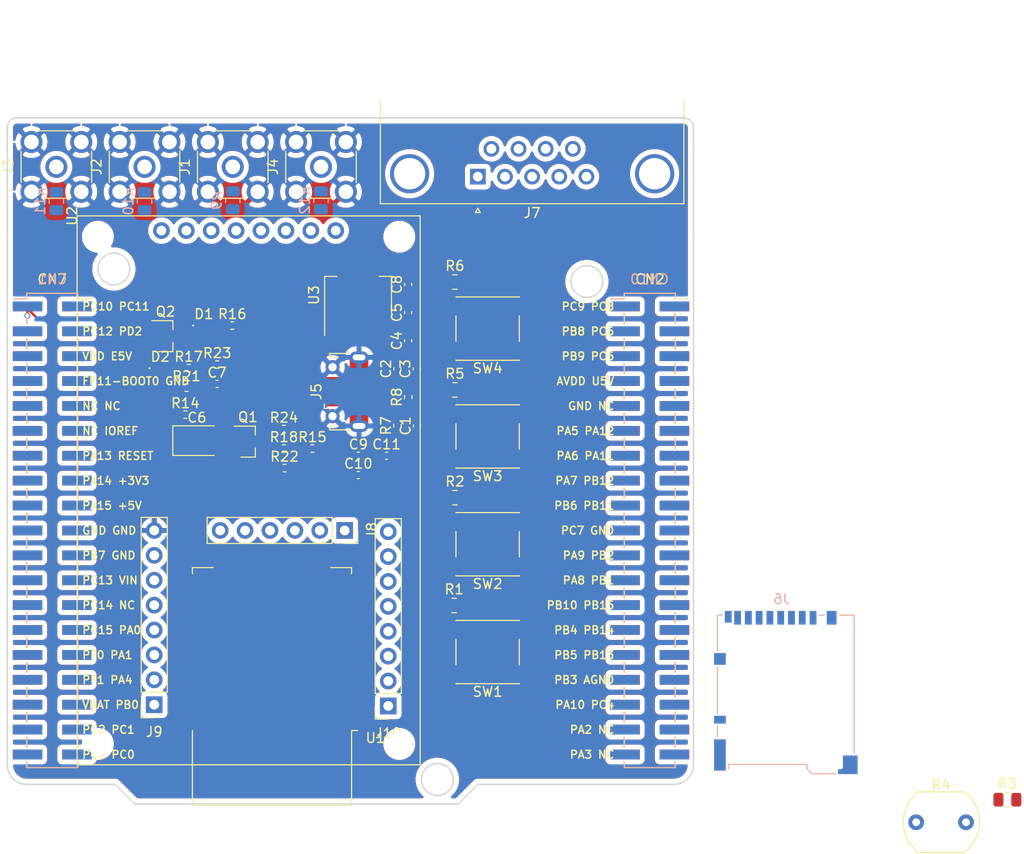
<source format=kicad_pcb>
(kicad_pcb (version 20171130) (host pcbnew "(5.1.10)-1")
  (layers (0 F.Cu signal) (31 B.Cu signal hide) (34 B.Paste user hide) (35 F.Paste user) (36 B.SilkS user) (37 F.SilkS user) (38 B.Mask user) (39 F.Mask user) (44 Edge.Cuts user))
  (net 0 "")
  (net 1 "Net-(J1-Pad1)")
  (net 2 "Net-(J2-Pad1)")
  (net 3 "Net-(J3-Pad1)")
  (net 4 GND)
  (net 5 VCC)
  (net 6 "Net-(J4-Pad1)")
  (net 7 "Net-(CN10-Pad38)")
  (net 8 "Net-(CN10-Pad37)")
  (net 9 "Net-(CN10-Pad36)")
  (net 10 "Net-(CN10-Pad35)")
  (net 11 "Net-(CN10-Pad34)")
  (net 12 "Net-(CN10-Pad33)")
  (net 13 "Net-(CN10-Pad32)")
  (net 14 "Net-(CN10-Pad31)")
  (net 15 "Net-(CN10-Pad30)")
  (net 16 "Net-(CN10-Pad29)")
  (net 17 "Net-(CN10-Pad28)")
  (net 18 "Net-(CN10-Pad27)")
  (net 19 "Net-(CN10-Pad26)")
  (net 20 "Net-(CN10-Pad25)")
  (net 21 "Net-(CN10-Pad24)")
  (net 22 "Net-(CN10-Pad23)")
  (net 23 "Net-(CN10-Pad22)")
  (net 24 "Net-(CN10-Pad21)")
  (net 25 "Net-(CN10-Pad20)")
  (net 26 "Net-(CN10-Pad19)")
  (net 27 "Net-(CN10-Pad18)")
  (net 28 "Net-(CN10-Pad17)")
  (net 29 "Net-(CN10-Pad16)")
  (net 30 "Net-(CN10-Pad15)")
  (net 31 "Net-(CN10-Pad14)")
  (net 32 "Net-(CN10-Pad13)")
  (net 33 "Net-(CN10-Pad12)")
  (net 34 "Net-(CN10-Pad11)")
  (net 35 "Net-(CN10-Pad10)")
  (net 36 "Net-(CN10-Pad9)")
  (net 37 "Net-(CN10-Pad8)")
  (net 38 "Net-(CN10-Pad7)")
  (net 39 "Net-(CN10-Pad6)")
  (net 40 "Net-(CN10-Pad5)")
  (net 41 "Net-(CN10-Pad4)")
  (net 42 "Net-(CN10-Pad3)")
  (net 43 "Net-(CN10-Pad2)")
  (net 44 "Net-(CN10-Pad1)")
  (net 45 "Net-(D1-Pad1)")
  (net 46 "Net-(D2-Pad1)")
  (net 47 "Net-(Q1-Pad1)")
  (net 48 ESP_ENABLE)
  (net 49 "Net-(J6-Pad11)")
  (net 50 "Net-(J7-Pad0)")
  (net 51 "Net-(CN1-Pad38)")
  (net 52 "Net-(CN1-Pad36)")
  (net 53 "Net-(CN1-Pad35)")
  (net 54 "Net-(CN1-Pad34)")
  (net 55 "Net-(CN1-Pad33)")
  (net 56 "Net-(CN1-Pad32)")
  (net 57 "Net-(CN1-Pad31)")
  (net 58 "Net-(CN1-Pad30)")
  (net 59 "Net-(CN1-Pad29)")
  (net 60 "Net-(CN1-Pad28)")
  (net 61 "Net-(CN1-Pad27)")
  (net 62 "Net-(CN1-Pad26)")
  (net 63 "Net-(CN1-Pad25)")
  (net 64 "Net-(CN1-Pad24)")
  (net 65 "Net-(CN1-Pad23)")
  (net 66 "Net-(CN1-Pad22)")
  (net 67 "Net-(CN1-Pad21)")
  (net 68 "Net-(CN1-Pad20)")
  (net 69 "Net-(CN1-Pad19)")
  (net 70 "Net-(CN1-Pad17)")
  (net 71 "Net-(CN1-Pad16)")
  (net 72 "Net-(CN1-Pad15)")
  (net 73 "Net-(CN1-Pad14)")
  (net 74 "Net-(CN1-Pad13)")
  (net 75 "Net-(CN1-Pad12)")
  (net 76 "Net-(CN1-Pad11)")
  (net 77 "Net-(CN1-Pad10)")
  (net 78 "Net-(CN1-Pad9)")
  (net 79 "Net-(CN1-Pad8)")
  (net 80 "Net-(CN1-Pad7)")
  (net 81 "Net-(CN1-Pad6)")
  (net 82 "Net-(CN1-Pad5)")
  (net 83 "Net-(CN1-Pad4)")
  (net 84 "Net-(CN1-Pad3)")
  (net 85 "Net-(CN1-Pad2)")
  (net 86 "Net-(CN1-Pad1)")
  (net 87 /WiFiInterface/ESP_VCC)
  (net 88 KEY_UP)
  (net 89 KEY_DOWN)
  (net 90 LIGHT_PROBE)
  (net 91 KEY_LEFT)
  (net 92 KEY_RIGHT)
  (net 93 ESP_FLASH_MODE)
  (net 94 /WiFiInterface/RXD)
  (net 95 /WiFiInterface/TXD)
  (net 96 /WiFiInterface/EN)
  (net 97 /WiFiInterface/RST)
  (net 98 /WiFiInterface/GPIO5)
  (net 99 /WiFiInterface/GPIO4)
  (net 100 /WiFiInterface/GPIO12)
  (net 101 /WiFiInterface/GPIO15)
  (net 102 SCK)
  (net 103 MOSI)
  (net 104 /WiFiInterface/GPIO10)
  (net 105 /WiFiInterface/GPIO9)
  (net 106 MISO)
  (net 107 CS_ESP)
  (net 108 /WiFiInterface/GPIO13)
  (net 109 /WiFiInterface/GPIO14)
  (net 110 /WiFiInterface/GPIO16)
  (net 111 /WiFiInterface/ADC)
  (net 112 5V)
  (net 113 3V3)
  (net 114 "Net-(C10-Pad1)")
  (module Capacitor_SMD:C_0402_1005Metric (layer F.Cu) (at 168.684 86.472)
    (fp_text reference C11 (at 0 -1.16) (layer F.SilkS))
    (fp_text value 330n)
    (pad 2 smd roundrect (at 0.48 0) (size 0.56 0.62) (layers F.Cu F.Paste F.Mask) (net 4 GND))
    (pad 1 smd roundrect (at -0.48 0) (size 0.56 0.62) (layers F.Cu F.Paste F.Mask) (net 114 "Net-(C10-Pad1)"))
  )
  (module Capacitor_SMD:C_0402_1005Metric (layer F.Cu) (at 165.814 88.442)
    (fp_text reference C10 (at 0 -1.16) (layer F.SilkS))
    (fp_text value 330n)
    (pad 2 smd roundrect (at 0.48 0) (size 0.56 0.62) (layers F.Cu F.Paste F.Mask) (net 4 GND))
    (pad 1 smd roundrect (at -0.48 0) (size 0.56 0.62) (layers F.Cu F.Paste F.Mask) (net 114 "Net-(C10-Pad1)"))
  )
  (module Capacitor_SMD:C_0402_1005Metric (layer F.Cu) (at 165.814 86.472)
    (fp_text reference C9 (at 0 -1.16) (layer F.SilkS))
    (fp_text value 330n)
    (pad 2 smd roundrect (at 0.48 0) (size 0.56 0.62) (layers F.Cu F.Paste F.Mask) (net 4 GND))
    (pad 1 smd roundrect (at -0.48 0) (size 0.56 0.62) (layers F.Cu F.Paste F.Mask) (net 114 "Net-(C10-Pad1)"))
  )
  (module Package_TO_SOT_SMD:SOT-223 (layer F.Cu) (at 165.783 70.084 90)
    (fp_text reference U3 (at 0 -4.5 90) (layer F.SilkS))
    (fp_text value LD1117ASTR)
    (pad 1 smd rect (at -3.15 -2.3 90) (size 2 1.5) (layers F.Cu F.Paste F.Mask) (net 114 "Net-(C10-Pad1)"))
    (pad 3 smd rect (at -3.15 2.3 90) (size 2 1.5) (layers F.Cu F.Paste F.Mask) (net 112 5V))
    (pad 2 smd rect (at -3.15 0 90) (size 2 1.5) (layers F.Cu F.Paste F.Mask) (net 113 3V3))
    (pad 4 smd rect (at 3.15 0 90) (size 2 3.8) (layers F.Cu F.Paste F.Mask))
  )
  (module Resistor_SMD:R_0402_1005Metric (layer F.Cu) (at 170.903 80.494 90)
    (fp_text reference R8 (at 0 -1.17 90) (layer F.SilkS))
    (fp_text value TBD)
    (pad 2 smd roundrect (at 0.51 0 90) (size 0.54 0.64) (layers F.Cu F.Paste F.Mask) (net 4 GND))
    (pad 1 smd roundrect (at -0.51 0 90) (size 0.54 0.64) (layers F.Cu F.Paste F.Mask) (net 114 "Net-(C10-Pad1)"))
  )
  (module Resistor_SMD:R_0402_1005Metric (layer F.Cu) (at 169.803 83.404 90)
    (fp_text reference R7 (at 0 -1.17 90) (layer F.SilkS))
    (fp_text value TBD)
    (pad 2 smd roundrect (at 0.51 0 90) (size 0.54 0.64) (layers F.Cu F.Paste F.Mask) (net 114 "Net-(C10-Pad1)"))
    (pad 1 smd roundrect (at -0.51 0 90) (size 0.54 0.64) (layers F.Cu F.Paste F.Mask) (net 113 3V3))
  )
  (module Connector_USB:USB_Micro-B_Molex-105017-0001 (layer F.Cu) (at 164.643 79.934 90)
    (fp_text reference J5 (at 0 -3.1125 90) (layer F.SilkS))
    (fp_text value USB_B_Micro)
    (pad 6 smd rect (at -2.9 1.2375 90) (size 1.2 1.9) (layers F.Cu F.Mask) (net 4 GND))
    (pad 6 smd rect (at 2.9 1.2375 90) (size 1.2 1.9) (layers F.Cu F.Mask) (net 4 GND))
    (pad 6 thru_hole oval (at 3.5 1.2375 90) (size 1.2 1.9) (drill oval 0.6 1.3) (layers *.Cu *.Mask) (net 4 GND))
    (pad 6 thru_hole oval (at -3.5 1.2375 270) (size 1.2 1.9) (drill oval 0.6 1.3) (layers *.Cu *.Mask) (net 4 GND))
    (pad 6 smd rect (at -1 1.2375 90) (size 1.5 1.9) (layers F.Cu F.Paste F.Mask) (net 4 GND))
    (pad 6 thru_hole circle (at 2.5 -1.4625 90) (size 1.45 1.45) (drill 0.85) (layers *.Cu *.Mask) (net 4 GND))
    (pad 3 smd rect (at 0 -1.4625 90) (size 0.4 1.35) (layers F.Cu F.Paste F.Mask))
    (pad 4 smd rect (at 0.65 -1.4625 90) (size 0.4 1.35) (layers F.Cu F.Paste F.Mask))
    (pad 5 smd rect (at 1.3 -1.4625 90) (size 0.4 1.35) (layers F.Cu F.Paste F.Mask) (net 4 GND))
    (pad 1 smd rect (at -1.3 -1.4625 90) (size 0.4 1.35) (layers F.Cu F.Paste F.Mask) (net 112 5V))
    (pad 2 smd rect (at -0.65 -1.4625 90) (size 0.4 1.35) (layers F.Cu F.Paste F.Mask))
    (pad 6 thru_hole circle (at -2.5 -1.4625 90) (size 1.45 1.45) (drill 0.85) (layers *.Cu *.Mask) (net 4 GND))
    (pad 6 smd rect (at 1 1.2375 90) (size 1.5 1.9) (layers F.Cu F.Paste F.Mask) (net 4 GND))
  )
  (module Capacitor_SMD:C_0402_1005Metric (layer F.Cu) (at 170.893 68.994 90)
    (fp_text reference C8 (at 0 -1.16 90) (layer F.SilkS))
    (fp_text value 330n)
    (pad 2 smd roundrect (at 0.48 0 90) (size 0.56 0.62) (layers F.Cu F.Paste F.Mask) (net 4 GND))
    (pad 1 smd roundrect (at -0.48 0 90) (size 0.56 0.62) (layers F.Cu F.Paste F.Mask) (net 113 3V3))
  )
  (module Capacitor_SMD:C_0402_1005Metric (layer F.Cu) (at 170.893 71.864 90)
    (fp_text reference C5 (at 0 -1.16 90) (layer F.SilkS))
    (fp_text value 330n)
    (pad 2 smd roundrect (at 0.48 0 90) (size 0.56 0.62) (layers F.Cu F.Paste F.Mask) (net 4 GND))
    (pad 1 smd roundrect (at -0.48 0 90) (size 0.56 0.62) (layers F.Cu F.Paste F.Mask) (net 113 3V3))
  )
  (module Capacitor_SMD:C_0402_1005Metric (layer F.Cu) (at 170.893 74.734 90)
    (fp_text reference C4 (at 0 -1.16 90) (layer F.SilkS))
    (fp_text value 330n)
    (pad 2 smd roundrect (at 0.48 0 90) (size 0.56 0.62) (layers F.Cu F.Paste F.Mask) (net 4 GND))
    (pad 1 smd roundrect (at -0.48 0 90) (size 0.56 0.62) (layers F.Cu F.Paste F.Mask) (net 113 3V3))
  )
  (module Capacitor_SMD:C_0402_1005Metric (layer F.Cu) (at 171.763 77.604 90)
    (fp_text reference C3 (at 0 -1.16 90) (layer F.SilkS))
    (fp_text value 330n)
    (pad 2 smd roundrect (at 0.48 0 90) (size 0.56 0.62) (layers F.Cu F.Paste F.Mask) (net 4 GND))
    (pad 1 smd roundrect (at -0.48 0 90) (size 0.56 0.62) (layers F.Cu F.Paste F.Mask) (net 112 5V))
  )
  (module Capacitor_SMD:C_0402_1005Metric (layer F.Cu) (at 169.793 77.604 90)
    (fp_text reference C2 (at 0 -1.16 90) (layer F.SilkS))
    (fp_text value 330n)
    (pad 2 smd roundrect (at 0.48 0 90) (size 0.56 0.62) (layers F.Cu F.Paste F.Mask) (net 4 GND))
    (pad 1 smd roundrect (at -0.48 0 90) (size 0.56 0.62) (layers F.Cu F.Paste F.Mask) (net 112 5V))
  )
  (module Capacitor_SMD:C_0402_1005Metric (layer F.Cu) (at 171.783 83.424 90)
    (fp_text reference C1 (at 0 -1.16 90) (layer F.SilkS))
    (fp_text value 330n)
    (pad 2 smd roundrect (at 0.48 0 90) (size 0.56 0.62) (layers F.Cu F.Paste F.Mask) (net 4 GND))
    (pad 1 smd roundrect (at -0.48 0 90) (size 0.56 0.62) (layers F.Cu F.Paste F.Mask) (net 112 5V))
  )
  (module Connector_PinSocket_2.54mm:PinSocket_1x06_P2.54mm_Vertical (layer F.Cu) (at 164.417 94.092 270)
    (fp_text reference J8 (at 0 -2.77 90) (layer F.SilkS))
    (fp_text value Conn_01x06_Female)
    (pad 6 thru_hole oval (at 0 12.7 270) (size 1.7 1.7) (drill 1) (layers *.Cu *.Mask) (net 102 SCK))
    (pad 5 thru_hole oval (at 0 10.16 270) (size 1.7 1.7) (drill 1) (layers *.Cu *.Mask) (net 103 MOSI))
    (pad 4 thru_hole oval (at 0 7.62 270) (size 1.7 1.7) (drill 1) (layers *.Cu *.Mask) (net 104 /WiFiInterface/GPIO10))
    (pad 3 thru_hole oval (at 0 5.08 270) (size 1.7 1.7) (drill 1) (layers *.Cu *.Mask) (net 105 /WiFiInterface/GPIO9))
    (pad 2 thru_hole oval (at 0 2.54 270) (size 1.7 1.7) (drill 1) (layers *.Cu *.Mask) (net 106 MISO))
    (pad 1 thru_hole rect (at 0 0 270) (size 1.7 1.7) (drill 1) (layers *.Cu *.Mask) (net 107 CS_ESP))
  )
  (module Connector_PinSocket_2.54mm:PinSocket_1x08_P2.54mm_Vertical (layer F.Cu) (at 168.862 111.999 180)
    (fp_text reference J10 (at 0 -2.77) (layer F.SilkS))
    (fp_text value Conn_01x08_Female)
    (pad 8 thru_hole oval (at 0 17.78 180) (size 1.7 1.7) (drill 1) (layers *.Cu *.Mask) (net 87 /WiFiInterface/ESP_VCC))
    (pad 7 thru_hole oval (at 0 15.24 180) (size 1.7 1.7) (drill 1) (layers *.Cu *.Mask) (net 108 /WiFiInterface/GPIO13))
    (pad 6 thru_hole oval (at 0 12.7 180) (size 1.7 1.7) (drill 1) (layers *.Cu *.Mask) (net 100 /WiFiInterface/GPIO12))
    (pad 5 thru_hole oval (at 0 10.16 180) (size 1.7 1.7) (drill 1) (layers *.Cu *.Mask) (net 109 /WiFiInterface/GPIO14))
    (pad 4 thru_hole oval (at 0 7.62 180) (size 1.7 1.7) (drill 1) (layers *.Cu *.Mask) (net 110 /WiFiInterface/GPIO16))
    (pad 3 thru_hole oval (at 0 5.08 180) (size 1.7 1.7) (drill 1) (layers *.Cu *.Mask) (net 96 /WiFiInterface/EN))
    (pad 2 thru_hole oval (at 0 2.54 180) (size 1.7 1.7) (drill 1) (layers *.Cu *.Mask) (net 111 /WiFiInterface/ADC))
    (pad 1 thru_hole rect (at 0 0 180) (size 1.7 1.7) (drill 1) (layers *.Cu *.Mask) (net 97 /WiFiInterface/RST))
  )
  (module Connector_PinSocket_2.54mm:PinSocket_1x08_P2.54mm_Vertical (layer F.Cu) (at 144.986 111.872 180)
    (fp_text reference J9 (at 0 -2.77) (layer F.SilkS))
    (fp_text value Conn_01x08_Female)
    (pad 8 thru_hole oval (at 0 17.78 180) (size 1.7 1.7) (drill 1) (layers *.Cu *.Mask) (net 4 GND))
    (pad 7 thru_hole oval (at 0 15.24 180) (size 1.7 1.7) (drill 1) (layers *.Cu *.Mask) (net 101 /WiFiInterface/GPIO15))
    (pad 6 thru_hole oval (at 0 12.7 180) (size 1.7 1.7) (drill 1) (layers *.Cu *.Mask) (net 100 /WiFiInterface/GPIO12))
    (pad 5 thru_hole oval (at 0 10.16 180) (size 1.7 1.7) (drill 1) (layers *.Cu *.Mask) (net 93 ESP_FLASH_MODE))
    (pad 4 thru_hole oval (at 0 7.62 180) (size 1.7 1.7) (drill 1) (layers *.Cu *.Mask) (net 99 /WiFiInterface/GPIO4))
    (pad 3 thru_hole oval (at 0 5.08 180) (size 1.7 1.7) (drill 1) (layers *.Cu *.Mask) (net 98 /WiFiInterface/GPIO5))
    (pad 2 thru_hole oval (at 0 2.54 180) (size 1.7 1.7) (drill 1) (layers *.Cu *.Mask) (net 94 /WiFiInterface/RXD))
    (pad 1 thru_hole rect (at 0 0 180) (size 1.7 1.7) (drill 1) (layers *.Cu *.Mask) (net 95 /WiFiInterface/TXD))
  )
  (module OptoDevice:R_LDR_7x6mm_P5.1mm_Vertical (layer F.Cu) (at 222.725 123.863)
    (fp_text reference R4 (at 2.54 -3.81) (layer F.SilkS))
    (fp_text value R_PHOTO)
    (pad 2 thru_hole circle (at 5.08 0) (size 1.6 1.6) (drill 0.8) (layers *.Cu *.Mask) (net 4 GND))
    (pad 1 thru_hole circle (at 0 0) (size 1.6 1.6) (drill 0.8) (layers *.Cu *.Mask) (net 90 LIGHT_PROBE))
  )
  (module Resistor_SMD:R_0805_2012Metric (layer F.Cu) (at 232.025 121.563)
    (fp_text reference R3 (at 0 -1.65) (layer F.SilkS))
    (fp_text value 1k)
    (pad 2 smd roundrect (at 0.9125 0) (size 1.025 1.4) (layers F.Cu F.Paste F.Mask) (roundrect_rratio 0.243902) (net 90 LIGHT_PROBE))
    (pad 1 smd roundrect (at -0.9125 0) (size 1.025 1.4) (layers F.Cu F.Paste F.Mask) (roundrect_rratio 0.243902) (net 5 VCC))
  )
  (module Connector_PinSocket_2.54mm:PinSocket_2x19_P2.54mm_Vertical_SMD (layer B.Cu) (at 195.52 94.092 180)
    (fp_text reference CN10 (at 0 25.63) (layer B.SilkS) (effects (justify mirror)))
    (fp_text value Conn_02x19_Odd_Even)
    (pad 38 smd rect (at -2.52 -22.86 180) (size 3 1) (layers B.Cu B.Paste B.Mask) (net 7 "Net-(CN10-Pad38)"))
    (pad 37 smd rect (at 2.52 -22.86 180) (size 3 1) (layers B.Cu B.Paste B.Mask) (net 8 "Net-(CN10-Pad37)"))
    (pad 36 smd rect (at -2.52 -20.32 180) (size 3 1) (layers B.Cu B.Paste B.Mask) (net 9 "Net-(CN10-Pad36)"))
    (pad 35 smd rect (at 2.52 -20.32 180) (size 3 1) (layers B.Cu B.Paste B.Mask) (net 10 "Net-(CN10-Pad35)"))
    (pad 34 smd rect (at -2.52 -17.78 180) (size 3 1) (layers B.Cu B.Paste B.Mask) (net 11 "Net-(CN10-Pad34)"))
    (pad 33 smd rect (at 2.52 -17.78 180) (size 3 1) (layers B.Cu B.Paste B.Mask) (net 12 "Net-(CN10-Pad33)"))
    (pad 32 smd rect (at -2.52 -15.24 180) (size 3 1) (layers B.Cu B.Paste B.Mask) (net 13 "Net-(CN10-Pad32)"))
    (pad 31 smd rect (at 2.52 -15.24 180) (size 3 1) (layers B.Cu B.Paste B.Mask) (net 14 "Net-(CN10-Pad31)"))
    (pad 30 smd rect (at -2.52 -12.7 180) (size 3 1) (layers B.Cu B.Paste B.Mask) (net 15 "Net-(CN10-Pad30)"))
    (pad 29 smd rect (at 2.52 -12.7 180) (size 3 1) (layers B.Cu B.Paste B.Mask) (net 16 "Net-(CN10-Pad29)"))
    (pad 28 smd rect (at -2.52 -10.16 180) (size 3 1) (layers B.Cu B.Paste B.Mask) (net 17 "Net-(CN10-Pad28)"))
    (pad 27 smd rect (at 2.52 -10.16 180) (size 3 1) (layers B.Cu B.Paste B.Mask) (net 18 "Net-(CN10-Pad27)"))
    (pad 26 smd rect (at -2.52 -7.62 180) (size 3 1) (layers B.Cu B.Paste B.Mask) (net 19 "Net-(CN10-Pad26)"))
    (pad 25 smd rect (at 2.52 -7.62 180) (size 3 1) (layers B.Cu B.Paste B.Mask) (net 20 "Net-(CN10-Pad25)"))
    (pad 24 smd rect (at -2.52 -5.08 180) (size 3 1) (layers B.Cu B.Paste B.Mask) (net 21 "Net-(CN10-Pad24)"))
    (pad 23 smd rect (at 2.52 -5.08 180) (size 3 1) (layers B.Cu B.Paste B.Mask) (net 22 "Net-(CN10-Pad23)"))
    (pad 22 smd rect (at -2.52 -2.54 180) (size 3 1) (layers B.Cu B.Paste B.Mask) (net 23 "Net-(CN10-Pad22)"))
    (pad 21 smd rect (at 2.52 -2.54 180) (size 3 1) (layers B.Cu B.Paste B.Mask) (net 24 "Net-(CN10-Pad21)"))
    (pad 20 smd rect (at -2.52 0 180) (size 3 1) (layers B.Cu B.Paste B.Mask) (net 25 "Net-(CN10-Pad20)"))
    (pad 19 smd rect (at 2.52 0 180) (size 3 1) (layers B.Cu B.Paste B.Mask) (net 26 "Net-(CN10-Pad19)"))
    (pad 18 smd rect (at -2.52 2.54 180) (size 3 1) (layers B.Cu B.Paste B.Mask) (net 27 "Net-(CN10-Pad18)"))
    (pad 17 smd rect (at 2.52 2.54 180) (size 3 1) (layers B.Cu B.Paste B.Mask) (net 28 "Net-(CN10-Pad17)"))
    (pad 16 smd rect (at -2.52 5.08 180) (size 3 1) (layers B.Cu B.Paste B.Mask) (net 29 "Net-(CN10-Pad16)"))
    (pad 15 smd rect (at 2.52 5.08 180) (size 3 1) (layers B.Cu B.Paste B.Mask) (net 30 "Net-(CN10-Pad15)"))
    (pad 14 smd rect (at -2.52 7.62 180) (size 3 1) (layers B.Cu B.Paste B.Mask) (net 31 "Net-(CN10-Pad14)"))
    (pad 13 smd rect (at 2.52 7.62 180) (size 3 1) (layers B.Cu B.Paste B.Mask) (net 32 "Net-(CN10-Pad13)"))
    (pad 12 smd rect (at -2.52 10.16 180) (size 3 1) (layers B.Cu B.Paste B.Mask) (net 33 "Net-(CN10-Pad12)"))
    (pad 11 smd rect (at 2.52 10.16 180) (size 3 1) (layers B.Cu B.Paste B.Mask) (net 34 "Net-(CN10-Pad11)"))
    (pad 10 smd rect (at -2.52 12.7 180) (size 3 1) (layers B.Cu B.Paste B.Mask) (net 35 "Net-(CN10-Pad10)"))
    (pad 9 smd rect (at 2.52 12.7 180) (size 3 1) (layers B.Cu B.Paste B.Mask) (net 36 "Net-(CN10-Pad9)"))
    (pad 8 smd rect (at -2.52 15.24 180) (size 3 1) (layers B.Cu B.Paste B.Mask) (net 37 "Net-(CN10-Pad8)"))
    (pad 7 smd rect (at 2.52 15.24 180) (size 3 1) (layers B.Cu B.Paste B.Mask) (net 38 "Net-(CN10-Pad7)"))
    (pad 6 smd rect (at -2.52 17.78 180) (size 3 1) (layers B.Cu B.Paste B.Mask) (net 39 "Net-(CN10-Pad6)"))
    (pad 5 smd rect (at 2.52 17.78 180) (size 3 1) (layers B.Cu B.Paste B.Mask) (net 40 "Net-(CN10-Pad5)"))
    (pad 4 smd rect (at -2.52 20.32 180) (size 3 1) (layers B.Cu B.Paste B.Mask) (net 41 "Net-(CN10-Pad4)"))
    (pad 3 smd rect (at 2.52 20.32 180) (size 3 1) (layers B.Cu B.Paste B.Mask) (net 42 "Net-(CN10-Pad3)"))
    (pad 2 smd rect (at -2.52 22.86 180) (size 3 1) (layers B.Cu B.Paste B.Mask) (net 43 "Net-(CN10-Pad2)"))
    (pad 1 smd rect (at 2.52 22.86 180) (size 3 1) (layers B.Cu B.Paste B.Mask) (net 44 "Net-(CN10-Pad1)"))
  )
  (module Connector_PinSocket_2.54mm:PinSocket_2x19_P2.54mm_Vertical_SMD (layer F.Cu) (at 134.572 94.092)
    (fp_text reference CN7 (at 0 -25.63) (layer F.SilkS))
    (fp_text value Conn_02x19_Odd_Even)
    (pad 38 smd rect (at -2.52 22.86) (size 3 1) (layers F.Cu F.Paste F.Mask))
    (pad 37 smd rect (at 2.52 22.86) (size 3 1) (layers F.Cu F.Paste F.Mask) (net 51 "Net-(CN1-Pad38)"))
    (pad 36 smd rect (at -2.52 20.32) (size 3 1) (layers F.Cu F.Paste F.Mask) (net 53 "Net-(CN1-Pad35)"))
    (pad 35 smd rect (at 2.52 20.32) (size 3 1) (layers F.Cu F.Paste F.Mask) (net 52 "Net-(CN1-Pad36)"))
    (pad 34 smd rect (at -2.52 17.78) (size 3 1) (layers F.Cu F.Paste F.Mask) (net 55 "Net-(CN1-Pad33)"))
    (pad 33 smd rect (at 2.52 17.78) (size 3 1) (layers F.Cu F.Paste F.Mask) (net 54 "Net-(CN1-Pad34)"))
    (pad 32 smd rect (at -2.52 15.24) (size 3 1) (layers F.Cu F.Paste F.Mask) (net 57 "Net-(CN1-Pad31)"))
    (pad 31 smd rect (at 2.52 15.24) (size 3 1) (layers F.Cu F.Paste F.Mask) (net 56 "Net-(CN1-Pad32)"))
    (pad 30 smd rect (at -2.52 12.7) (size 3 1) (layers F.Cu F.Paste F.Mask) (net 59 "Net-(CN1-Pad29)"))
    (pad 29 smd rect (at 2.52 12.7) (size 3 1) (layers F.Cu F.Paste F.Mask) (net 58 "Net-(CN1-Pad30)"))
    (pad 28 smd rect (at -2.52 10.16) (size 3 1) (layers F.Cu F.Paste F.Mask) (net 61 "Net-(CN1-Pad27)"))
    (pad 27 smd rect (at 2.52 10.16) (size 3 1) (layers F.Cu F.Paste F.Mask) (net 60 "Net-(CN1-Pad28)"))
    (pad 26 smd rect (at -2.52 7.62) (size 3 1) (layers F.Cu F.Paste F.Mask) (net 63 "Net-(CN1-Pad25)"))
    (pad 25 smd rect (at 2.52 7.62) (size 3 1) (layers F.Cu F.Paste F.Mask) (net 62 "Net-(CN1-Pad26)"))
    (pad 24 smd rect (at -2.52 5.08) (size 3 1) (layers F.Cu F.Paste F.Mask) (net 65 "Net-(CN1-Pad23)"))
    (pad 23 smd rect (at 2.52 5.08) (size 3 1) (layers F.Cu F.Paste F.Mask) (net 64 "Net-(CN1-Pad24)"))
    (pad 22 smd rect (at -2.52 2.54) (size 3 1) (layers F.Cu F.Paste F.Mask) (net 67 "Net-(CN1-Pad21)"))
    (pad 21 smd rect (at 2.52 2.54) (size 3 1) (layers F.Cu F.Paste F.Mask) (net 66 "Net-(CN1-Pad22)"))
    (pad 20 smd rect (at -2.52 0) (size 3 1) (layers F.Cu F.Paste F.Mask) (net 69 "Net-(CN1-Pad19)"))
    (pad 19 smd rect (at 2.52 0) (size 3 1) (layers F.Cu F.Paste F.Mask) (net 68 "Net-(CN1-Pad20)"))
    (pad 18 smd rect (at -2.52 -2.54) (size 3 1) (layers F.Cu F.Paste F.Mask) (net 70 "Net-(CN1-Pad17)"))
    (pad 17 smd rect (at 2.52 -2.54) (size 3 1) (layers F.Cu F.Paste F.Mask) (net 112 5V))
    (pad 16 smd rect (at -2.52 -5.08) (size 3 1) (layers F.Cu F.Paste F.Mask) (net 72 "Net-(CN1-Pad15)"))
    (pad 15 smd rect (at 2.52 -5.08) (size 3 1) (layers F.Cu F.Paste F.Mask) (net 71 "Net-(CN1-Pad16)"))
    (pad 14 smd rect (at -2.52 -7.62) (size 3 1) (layers F.Cu F.Paste F.Mask) (net 74 "Net-(CN1-Pad13)"))
    (pad 13 smd rect (at 2.52 -7.62) (size 3 1) (layers F.Cu F.Paste F.Mask) (net 73 "Net-(CN1-Pad14)"))
    (pad 12 smd rect (at -2.52 -10.16) (size 3 1) (layers F.Cu F.Paste F.Mask) (net 76 "Net-(CN1-Pad11)"))
    (pad 11 smd rect (at 2.52 -10.16) (size 3 1) (layers F.Cu F.Paste F.Mask) (net 75 "Net-(CN1-Pad12)"))
    (pad 10 smd rect (at -2.52 -12.7) (size 3 1) (layers F.Cu F.Paste F.Mask) (net 78 "Net-(CN1-Pad9)"))
    (pad 9 smd rect (at 2.52 -12.7) (size 3 1) (layers F.Cu F.Paste F.Mask) (net 77 "Net-(CN1-Pad10)"))
    (pad 8 smd rect (at -2.52 -15.24) (size 3 1) (layers F.Cu F.Paste F.Mask) (net 80 "Net-(CN1-Pad7)"))
    (pad 7 smd rect (at 2.52 -15.24) (size 3 1) (layers F.Cu F.Paste F.Mask) (net 79 "Net-(CN1-Pad8)"))
    (pad 6 smd rect (at -2.52 -17.78) (size 3 1) (layers F.Cu F.Paste F.Mask) (net 82 "Net-(CN1-Pad5)"))
    (pad 5 smd rect (at 2.52 -17.78) (size 3 1) (layers F.Cu F.Paste F.Mask) (net 81 "Net-(CN1-Pad6)"))
    (pad 4 smd rect (at -2.52 -20.32) (size 3 1) (layers F.Cu F.Paste F.Mask) (net 84 "Net-(CN1-Pad3)"))
    (pad 3 smd rect (at 2.52 -20.32) (size 3 1) (layers F.Cu F.Paste F.Mask) (net 83 "Net-(CN1-Pad4)"))
    (pad 2 smd rect (at -2.52 -22.86) (size 3 1) (layers F.Cu F.Paste F.Mask) (net 86 "Net-(CN1-Pad1)"))
    (pad 1 smd rect (at 2.52 -22.86) (size 3 1) (layers F.Cu F.Paste F.Mask) (net 85 "Net-(CN1-Pad2)"))
  )
  (module Connector_PinSocket_2.54mm:PinSocket_2x19_P2.54mm_Vertical_SMD (layer F.Cu) (at 195.552 94.092)
    (fp_text reference CN2 (at 0 -25.63) (layer F.SilkS))
    (fp_text value Conn_02x19_Odd_Even)
    (pad 38 smd rect (at -2.52 22.86) (size 3 1) (layers F.Cu F.Paste F.Mask) (net 8 "Net-(CN10-Pad37)"))
    (pad 37 smd rect (at 2.52 22.86) (size 3 1) (layers F.Cu F.Paste F.Mask) (net 7 "Net-(CN10-Pad38)"))
    (pad 36 smd rect (at -2.52 20.32) (size 3 1) (layers F.Cu F.Paste F.Mask) (net 10 "Net-(CN10-Pad35)"))
    (pad 35 smd rect (at 2.52 20.32) (size 3 1) (layers F.Cu F.Paste F.Mask) (net 9 "Net-(CN10-Pad36)"))
    (pad 34 smd rect (at -2.52 17.78) (size 3 1) (layers F.Cu F.Paste F.Mask) (net 12 "Net-(CN10-Pad33)"))
    (pad 33 smd rect (at 2.52 17.78) (size 3 1) (layers F.Cu F.Paste F.Mask) (net 11 "Net-(CN10-Pad34)"))
    (pad 32 smd rect (at -2.52 15.24) (size 3 1) (layers F.Cu F.Paste F.Mask) (net 14 "Net-(CN10-Pad31)"))
    (pad 31 smd rect (at 2.52 15.24) (size 3 1) (layers F.Cu F.Paste F.Mask) (net 13 "Net-(CN10-Pad32)"))
    (pad 30 smd rect (at -2.52 12.7) (size 3 1) (layers F.Cu F.Paste F.Mask) (net 16 "Net-(CN10-Pad29)"))
    (pad 29 smd rect (at 2.52 12.7) (size 3 1) (layers F.Cu F.Paste F.Mask) (net 15 "Net-(CN10-Pad30)"))
    (pad 28 smd rect (at -2.52 10.16) (size 3 1) (layers F.Cu F.Paste F.Mask) (net 18 "Net-(CN10-Pad27)"))
    (pad 27 smd rect (at 2.52 10.16) (size 3 1) (layers F.Cu F.Paste F.Mask) (net 17 "Net-(CN10-Pad28)"))
    (pad 26 smd rect (at -2.52 7.62) (size 3 1) (layers F.Cu F.Paste F.Mask) (net 20 "Net-(CN10-Pad25)"))
    (pad 25 smd rect (at 2.52 7.62) (size 3 1) (layers F.Cu F.Paste F.Mask) (net 19 "Net-(CN10-Pad26)"))
    (pad 24 smd rect (at -2.52 5.08) (size 3 1) (layers F.Cu F.Paste F.Mask) (net 22 "Net-(CN10-Pad23)"))
    (pad 23 smd rect (at 2.52 5.08) (size 3 1) (layers F.Cu F.Paste F.Mask) (net 21 "Net-(CN10-Pad24)"))
    (pad 22 smd rect (at -2.52 2.54) (size 3 1) (layers F.Cu F.Paste F.Mask) (net 24 "Net-(CN10-Pad21)"))
    (pad 21 smd rect (at 2.52 2.54) (size 3 1) (layers F.Cu F.Paste F.Mask) (net 23 "Net-(CN10-Pad22)"))
    (pad 20 smd rect (at -2.52 0) (size 3 1) (layers F.Cu F.Paste F.Mask) (net 26 "Net-(CN10-Pad19)"))
    (pad 19 smd rect (at 2.52 0) (size 3 1) (layers F.Cu F.Paste F.Mask) (net 25 "Net-(CN10-Pad20)"))
    (pad 18 smd rect (at -2.52 -2.54) (size 3 1) (layers F.Cu F.Paste F.Mask) (net 28 "Net-(CN10-Pad17)"))
    (pad 17 smd rect (at 2.52 -2.54) (size 3 1) (layers F.Cu F.Paste F.Mask) (net 27 "Net-(CN10-Pad18)"))
    (pad 16 smd rect (at -2.52 -5.08) (size 3 1) (layers F.Cu F.Paste F.Mask) (net 30 "Net-(CN10-Pad15)"))
    (pad 15 smd rect (at 2.52 -5.08) (size 3 1) (layers F.Cu F.Paste F.Mask) (net 29 "Net-(CN10-Pad16)"))
    (pad 14 smd rect (at -2.52 -7.62) (size 3 1) (layers F.Cu F.Paste F.Mask) (net 32 "Net-(CN10-Pad13)"))
    (pad 13 smd rect (at 2.52 -7.62) (size 3 1) (layers F.Cu F.Paste F.Mask) (net 31 "Net-(CN10-Pad14)"))
    (pad 12 smd rect (at -2.52 -10.16) (size 3 1) (layers F.Cu F.Paste F.Mask) (net 34 "Net-(CN10-Pad11)"))
    (pad 11 smd rect (at 2.52 -10.16) (size 3 1) (layers F.Cu F.Paste F.Mask) (net 33 "Net-(CN10-Pad12)"))
    (pad 10 smd rect (at -2.52 -12.7) (size 3 1) (layers F.Cu F.Paste F.Mask) (net 36 "Net-(CN10-Pad9)"))
    (pad 9 smd rect (at 2.52 -12.7) (size 3 1) (layers F.Cu F.Paste F.Mask) (net 35 "Net-(CN10-Pad10)"))
    (pad 8 smd rect (at -2.52 -15.24) (size 3 1) (layers F.Cu F.Paste F.Mask) (net 38 "Net-(CN10-Pad7)"))
    (pad 7 smd rect (at 2.52 -15.24) (size 3 1) (layers F.Cu F.Paste F.Mask) (net 37 "Net-(CN10-Pad8)"))
    (pad 6 smd rect (at -2.52 -17.78) (size 3 1) (layers F.Cu F.Paste F.Mask) (net 40 "Net-(CN10-Pad5)"))
    (pad 5 smd rect (at 2.52 -17.78) (size 3 1) (layers F.Cu F.Paste F.Mask) (net 39 "Net-(CN10-Pad6)"))
    (pad 4 smd rect (at -2.52 -20.32) (size 3 1) (layers F.Cu F.Paste F.Mask) (net 42 "Net-(CN10-Pad3)"))
    (pad 3 smd rect (at 2.52 -20.32) (size 3 1) (layers F.Cu F.Paste F.Mask) (net 41 "Net-(CN10-Pad4)"))
    (pad 2 smd rect (at -2.52 -22.86) (size 3 1) (layers F.Cu F.Paste F.Mask) (net 44 "Net-(CN10-Pad1)"))
    (pad 1 smd rect (at 2.52 -22.86) (size 3 1) (layers F.Cu F.Paste F.Mask) (net 43 "Net-(CN10-Pad2)"))
  )
  (module Connector_PinSocket_2.54mm:PinSocket_2x19_P2.54mm_Vertical_SMD (layer B.Cu) (at 134.592 94.092 180)
    (fp_text reference CN1 (at 0 25.63) (layer B.SilkS) (effects (justify mirror)))
    (fp_text value Conn_02x19_Odd_Even)
    (pad 38 smd rect (at -2.52 -22.86 180) (size 3 1) (layers B.Cu B.Paste B.Mask) (net 51 "Net-(CN1-Pad38)"))
    (pad 37 smd rect (at 2.52 -22.86 180) (size 3 1) (layers B.Cu B.Paste B.Mask))
    (pad 36 smd rect (at -2.52 -20.32 180) (size 3 1) (layers B.Cu B.Paste B.Mask) (net 52 "Net-(CN1-Pad36)"))
    (pad 35 smd rect (at 2.52 -20.32 180) (size 3 1) (layers B.Cu B.Paste B.Mask) (net 53 "Net-(CN1-Pad35)"))
    (pad 34 smd rect (at -2.52 -17.78 180) (size 3 1) (layers B.Cu B.Paste B.Mask) (net 54 "Net-(CN1-Pad34)"))
    (pad 33 smd rect (at 2.52 -17.78 180) (size 3 1) (layers B.Cu B.Paste B.Mask) (net 55 "Net-(CN1-Pad33)"))
    (pad 32 smd rect (at -2.52 -15.24 180) (size 3 1) (layers B.Cu B.Paste B.Mask) (net 56 "Net-(CN1-Pad32)"))
    (pad 31 smd rect (at 2.52 -15.24 180) (size 3 1) (layers B.Cu B.Paste B.Mask) (net 57 "Net-(CN1-Pad31)"))
    (pad 30 smd rect (at -2.52 -12.7 180) (size 3 1) (layers B.Cu B.Paste B.Mask) (net 58 "Net-(CN1-Pad30)"))
    (pad 29 smd rect (at 2.52 -12.7 180) (size 3 1) (layers B.Cu B.Paste B.Mask) (net 59 "Net-(CN1-Pad29)"))
    (pad 28 smd rect (at -2.52 -10.16 180) (size 3 1) (layers B.Cu B.Paste B.Mask) (net 60 "Net-(CN1-Pad28)"))
    (pad 27 smd rect (at 2.52 -10.16 180) (size 3 1) (layers B.Cu B.Paste B.Mask) (net 61 "Net-(CN1-Pad27)"))
    (pad 26 smd rect (at -2.52 -7.62 180) (size 3 1) (layers B.Cu B.Paste B.Mask) (net 62 "Net-(CN1-Pad26)"))
    (pad 25 smd rect (at 2.52 -7.62 180) (size 3 1) (layers B.Cu B.Paste B.Mask) (net 63 "Net-(CN1-Pad25)"))
    (pad 24 smd rect (at -2.52 -5.08 180) (size 3 1) (layers B.Cu B.Paste B.Mask) (net 64 "Net-(CN1-Pad24)"))
    (pad 23 smd rect (at 2.52 -5.08 180) (size 3 1) (layers B.Cu B.Paste B.Mask) (net 65 "Net-(CN1-Pad23)"))
    (pad 22 smd rect (at -2.52 -2.54 180) (size 3 1) (layers B.Cu B.Paste B.Mask) (net 66 "Net-(CN1-Pad22)"))
    (pad 21 smd rect (at 2.52 -2.54 180) (size 3 1) (layers B.Cu B.Paste B.Mask) (net 67 "Net-(CN1-Pad21)"))
    (pad 20 smd rect (at -2.52 0 180) (size 3 1) (layers B.Cu B.Paste B.Mask) (net 68 "Net-(CN1-Pad20)"))
    (pad 19 smd rect (at 2.52 0 180) (size 3 1) (layers B.Cu B.Paste B.Mask) (net 69 "Net-(CN1-Pad19)"))
    (pad 18 smd rect (at -2.52 2.54 180) (size 3 1) (layers B.Cu B.Paste B.Mask) (net 112 5V))
    (pad 17 smd rect (at 2.52 2.54 180) (size 3 1) (layers B.Cu B.Paste B.Mask) (net 70 "Net-(CN1-Pad17)"))
    (pad 16 smd rect (at -2.52 5.08 180) (size 3 1) (layers B.Cu B.Paste B.Mask) (net 71 "Net-(CN1-Pad16)"))
    (pad 15 smd rect (at 2.52 5.08 180) (size 3 1) (layers B.Cu B.Paste B.Mask) (net 72 "Net-(CN1-Pad15)"))
    (pad 14 smd rect (at -2.52 7.62 180) (size 3 1) (layers B.Cu B.Paste B.Mask) (net 73 "Net-(CN1-Pad14)"))
    (pad 13 smd rect (at 2.52 7.62 180) (size 3 1) (layers B.Cu B.Paste B.Mask) (net 74 "Net-(CN1-Pad13)"))
    (pad 12 smd rect (at -2.52 10.16 180) (size 3 1) (layers B.Cu B.Paste B.Mask) (net 75 "Net-(CN1-Pad12)"))
    (pad 11 smd rect (at 2.52 10.16 180) (size 3 1) (layers B.Cu B.Paste B.Mask) (net 76 "Net-(CN1-Pad11)"))
    (pad 10 smd rect (at -2.52 12.7 180) (size 3 1) (layers B.Cu B.Paste B.Mask) (net 77 "Net-(CN1-Pad10)"))
    (pad 9 smd rect (at 2.52 12.7 180) (size 3 1) (layers B.Cu B.Paste B.Mask) (net 78 "Net-(CN1-Pad9)"))
    (pad 8 smd rect (at -2.52 15.24 180) (size 3 1) (layers B.Cu B.Paste B.Mask) (net 79 "Net-(CN1-Pad8)"))
    (pad 7 smd rect (at 2.52 15.24 180) (size 3 1) (layers B.Cu B.Paste B.Mask) (net 80 "Net-(CN1-Pad7)"))
    (pad 6 smd rect (at -2.52 17.78 180) (size 3 1) (layers B.Cu B.Paste B.Mask) (net 81 "Net-(CN1-Pad6)"))
    (pad 5 smd rect (at 2.52 17.78 180) (size 3 1) (layers B.Cu B.Paste B.Mask) (net 82 "Net-(CN1-Pad5)"))
    (pad 4 smd rect (at -2.52 20.32 180) (size 3 1) (layers B.Cu B.Paste B.Mask) (net 83 "Net-(CN1-Pad4)"))
    (pad 3 smd rect (at 2.52 20.32 180) (size 3 1) (layers B.Cu B.Paste B.Mask) (net 84 "Net-(CN1-Pad3)"))
    (pad 2 smd rect (at -2.52 22.86 180) (size 3 1) (layers B.Cu B.Paste B.Mask) (net 85 "Net-(CN1-Pad2)"))
    (pad 1 smd rect (at 2.52 22.86 180) (size 3 1) (layers B.Cu B.Paste B.Mask) (net 86 "Net-(CN1-Pad1)"))
  )
  (module Connector_Dsub:DSUB-9_Female_Horizontal_P2.77x2.84mm_EdgePinOffset4.94mm_Housed_MountingHolesOffset7.48mm (layer F.Cu) (at 178 58 180)
    (fp_text reference J7 (at -5.54 -3.7) (layer F.SilkS))
    (fp_text value DB9_Female_MountingHoles)
    (pad 0 thru_hole circle (at 6.96 0.3 180) (size 4 4) (drill 3.2) (layers *.Cu *.Mask) (net 50 "Net-(J7-Pad0)"))
    (pad 0 thru_hole circle (at -18.04 0.3 180) (size 4 4) (drill 3.2) (layers *.Cu *.Mask) (net 50 "Net-(J7-Pad0)"))
    (pad 9 thru_hole circle (at -9.695 2.84 180) (size 1.6 1.6) (drill 1) (layers *.Cu *.Mask))
    (pad 8 thru_hole circle (at -6.925 2.84 180) (size 1.6 1.6) (drill 1) (layers *.Cu *.Mask))
    (pad 7 thru_hole circle (at -4.155 2.84 180) (size 1.6 1.6) (drill 1) (layers *.Cu *.Mask))
    (pad 6 thru_hole circle (at -1.385 2.84 180) (size 1.6 1.6) (drill 1) (layers *.Cu *.Mask))
    (pad 5 thru_hole circle (at -11.08 0 180) (size 1.6 1.6) (drill 1) (layers *.Cu *.Mask))
    (pad 4 thru_hole circle (at -8.31 0 180) (size 1.6 1.6) (drill 1) (layers *.Cu *.Mask))
    (pad 3 thru_hole circle (at -5.54 0 180) (size 1.6 1.6) (drill 1) (layers *.Cu *.Mask))
    (pad 2 thru_hole circle (at -2.77 0 180) (size 1.6 1.6) (drill 1) (layers *.Cu *.Mask))
    (pad 1 thru_hole rect (at 0 0 180) (size 1.6 1.6) (drill 1) (layers *.Cu *.Mask))
  )
  (module Connector_Card:microSD_HC_Hirose_DM3BT-DSF-PEJS (layer B.Cu) (at 209.425 110.625 180)
    (fp_text reference J6 (at 0.425 9.525) (layer B.SilkS) (effects (justify mirror)))
    (fp_text value SD_Card)
    (pad 11 smd rect (at -5.825 -7.825 135) (size 0.2 0.2) (layers B.Cu B.Paste B.Mask) (net 49 "Net-(J6-Pad11)"))
    (pad 10 smd rect (at 6.725 -2.775 180) (size 1.2 0.8) (layers B.Cu B.Paste B.Mask))
    (pad 11 smd rect (at -5.575 -8.075 180) (size 0.5 0.5) (layers B.Cu B.Paste B.Mask) (net 49 "Net-(J6-Pad11)"))
    (pad 8 smd rect (at 4.925 7.625 180) (size 0.7 1.4) (layers B.Cu B.Paste B.Mask))
    (pad 7 smd rect (at 3.825 7.625 180) (size 0.7 1.4) (layers B.Cu B.Paste B.Mask))
    (pad 6 smd rect (at 2.725 7.625 180) (size 0.7 1.4) (layers B.Cu B.Paste B.Mask))
    (pad 5 smd rect (at 1.625 7.625 180) (size 0.7 1.4) (layers B.Cu B.Paste B.Mask))
    (pad 4 smd rect (at 0.525 7.625 180) (size 0.7 1.4) (layers B.Cu B.Paste B.Mask))
    (pad 3 smd rect (at -0.575 7.625 180) (size 0.7 1.4) (layers B.Cu B.Paste B.Mask))
    (pad 2 smd rect (at -1.675 7.625 180) (size 0.7 1.4) (layers B.Cu B.Paste B.Mask))
    (pad 9 smd rect (at 5.875 7.725 180) (size 0.7 1.2) (layers B.Cu B.Paste B.Mask))
    (pad 11 smd rect (at 6.725 -6.375 180) (size 1.2 3.2) (layers B.Cu B.Paste B.Mask) (net 49 "Net-(J6-Pad11)"))
    (pad 11 smd rect (at 6.725 3.425 180) (size 1.2 1.2) (layers B.Cu B.Paste B.Mask) (net 49 "Net-(J6-Pad11)"))
    (pad 11 smd rect (at -4.675 7.625 180) (size 1 1.4) (layers B.Cu B.Paste B.Mask) (net 49 "Net-(J6-Pad11)"))
    (pad 11 smd rect (at -6.575 -7.375 180) (size 1.5 1.9) (layers B.Cu B.Paste B.Mask) (net 49 "Net-(J6-Pad11)"))
    (pad 1 smd rect (at -2.775 7.625 180) (size 0.7 1.4) (layers B.Cu B.Paste B.Mask))
  )
  (module Logger:ST7735S (layer F.Cu) (at 137.112 62 90)
    (fp_text reference U2 (at 0 -0.5 90) (layer F.SilkS))
    (fp_text value ST7735S)
    (pad "" np_thru_hole circle (at -2.125 2.125 90) (size 2.25 2.25) (drill 2.25) (layers *.Cu *.Mask))
    (pad "" np_thru_hole circle (at -53.875 2.125 90) (size 2.25 2.25) (drill 2.25) (layers *.Cu *.Mask))
    (pad "" np_thru_hole circle (at -2.125 32.875 90) (size 2.25 2.25) (drill 2.25) (layers *.Cu *.Mask))
    (pad "" np_thru_hole circle (at -53.875 32.875 90) (size 2.25 2.25) (drill 2.25) (layers *.Cu *.Mask))
    (pad 8 thru_hole circle (at -1.5 26.39 90) (size 1.7 1.7) (drill 1) (layers *.Cu *.Mask))
    (pad 7 thru_hole circle (at -1.5 23.85 90) (size 1.7 1.7) (drill 1) (layers *.Cu *.Mask))
    (pad 6 thru_hole circle (at -1.5 21.31 90) (size 1.7 1.7) (drill 1) (layers *.Cu *.Mask))
    (pad 5 thru_hole circle (at -1.5 18.77 90) (size 1.7 1.7) (drill 1) (layers *.Cu *.Mask))
    (pad 4 thru_hole circle (at -1.5 16.23 90) (size 1.7 1.7) (drill 1) (layers *.Cu *.Mask))
    (pad 3 thru_hole circle (at -1.5 13.69 90) (size 1.7 1.7) (drill 1) (layers *.Cu *.Mask))
    (pad 2 thru_hole circle (at -1.5 11.15 90) (size 1.7 1.7) (drill 1) (layers *.Cu *.Mask))
    (pad 1 thru_hole circle (at -1.5 8.61 90) (size 1.7 1.7) (drill 1) (layers *.Cu *.Mask))
  )
  (module Resistor_SMD:R_0402_1005Metric (layer F.Cu) (at 158.218 83.75)
    (fp_text reference R24 (at 0 -1.17) (layer F.SilkS))
    (fp_text value 120R)
    (pad 2 smd roundrect (at 0.51 0) (size 0.54 0.64) (layers F.Cu F.Paste F.Mask) (net 4 GND))
    (pad 1 smd roundrect (at -0.51 0) (size 0.54 0.64) (layers F.Cu F.Paste F.Mask) (net 46 "Net-(D2-Pad1)"))
  )
  (module Resistor_SMD:R_0402_1005Metric (layer F.Cu) (at 151.415 77.167)
    (fp_text reference R23 (at 0 -1.17) (layer F.SilkS))
    (fp_text value 120R)
    (pad 2 smd roundrect (at 0.51 0) (size 0.54 0.64) (layers F.Cu F.Paste F.Mask) (net 4 GND))
    (pad 1 smd roundrect (at -0.51 0) (size 0.54 0.64) (layers F.Cu F.Paste F.Mask) (net 45 "Net-(D1-Pad1)"))
  )
  (module Resistor_SMD:R_0402_1005Metric (layer F.Cu) (at 158.278 87.73)
    (fp_text reference R22 (at 0 -1.17) (layer F.SilkS))
    (fp_text value 1k)
    (pad 2 smd roundrect (at 0.51 0) (size 0.54 0.64) (layers F.Cu F.Paste F.Mask) (net 4 GND))
    (pad 1 smd roundrect (at -0.51 0) (size 0.54 0.64) (layers F.Cu F.Paste F.Mask) (net 47 "Net-(Q1-Pad1)"))
  )
  (module Resistor_SMD:R_0402_1005Metric (layer F.Cu) (at 148.275 79.527)
    (fp_text reference R21 (at 0 -1.17) (layer F.SilkS))
    (fp_text value 1k)
    (pad 2 smd roundrect (at 0.51 0) (size 0.54 0.64) (layers F.Cu F.Paste F.Mask) (net 4 GND))
    (pad 1 smd roundrect (at -0.51 0) (size 0.54 0.64) (layers F.Cu F.Paste F.Mask) (net 48 ESP_ENABLE))
  )
  (module Resistor_SMD:R_0402_1005Metric (layer F.Cu) (at 158.218 85.74)
    (fp_text reference R18 (at 0 -1.17) (layer F.SilkS))
    (fp_text value 10k)
    (pad 2 smd roundrect (at 0.51 0) (size 0.54 0.64) (layers F.Cu F.Paste F.Mask) (net 97 /WiFiInterface/RST))
    (pad 1 smd roundrect (at -0.51 0) (size 0.54 0.64) (layers F.Cu F.Paste F.Mask) (net 87 /WiFiInterface/ESP_VCC))
  )
  (module Resistor_SMD:R_0402_1005Metric (layer F.Cu) (at 148.505 77.537)
    (fp_text reference R17 (at 0 -1.17) (layer F.SilkS))
    (fp_text value 10k)
    (pad 2 smd roundrect (at 0.51 0) (size 0.54 0.64) (layers F.Cu F.Paste F.Mask) (net 96 /WiFiInterface/EN))
    (pad 1 smd roundrect (at -0.51 0) (size 0.54 0.64) (layers F.Cu F.Paste F.Mask) (net 87 /WiFiInterface/ESP_VCC))
  )
  (module Resistor_SMD:R_0402_1005Metric (layer F.Cu) (at 152.955 73.187)
    (fp_text reference R16 (at 0 -1.17) (layer F.SilkS))
    (fp_text value 0R)
    (pad 2 smd roundrect (at 0.51 0) (size 0.54 0.64) (layers F.Cu F.Paste F.Mask) (net 94 /WiFiInterface/RXD))
    (pad 1 smd roundrect (at -0.51 0) (size 0.54 0.64) (layers F.Cu F.Paste F.Mask))
  )
  (module Resistor_SMD:R_0402_1005Metric (layer F.Cu) (at 161.128 85.74)
    (fp_text reference R15 (at 0 -1.17) (layer F.SilkS))
    (fp_text value 0R)
    (pad 2 smd roundrect (at 0.51 0) (size 0.54 0.64) (layers F.Cu F.Paste F.Mask) (net 95 /WiFiInterface/TXD))
    (pad 1 smd roundrect (at -0.51 0) (size 0.54 0.64) (layers F.Cu F.Paste F.Mask))
  )
  (module Resistor_SMD:R_0402_1005Metric (layer F.Cu) (at 148.159 82.281)
    (fp_text reference R14 (at 0 -1.17) (layer F.SilkS))
    (fp_text value 10k)
    (pad 2 smd roundrect (at 0.51 0) (size 0.54 0.64) (layers F.Cu F.Paste F.Mask) (net 93 ESP_FLASH_MODE))
    (pad 1 smd roundrect (at -0.51 0) (size 0.54 0.64) (layers F.Cu F.Paste F.Mask) (net 87 /WiFiInterface/ESP_VCC))
  )
  (module Package_TO_SOT_SMD:SOT-23 (layer F.Cu) (at 146.135 74.267)
    (fp_text reference Q2 (at 0 -2.5) (layer F.SilkS))
    (fp_text value FDV304P)
    (pad 3 smd rect (at 1 0) (size 0.9 0.8) (layers F.Cu F.Paste F.Mask) (net 47 "Net-(Q1-Pad1)"))
    (pad 2 smd rect (at -1 0.95) (size 0.9 0.8) (layers F.Cu F.Paste F.Mask) (net 5 VCC))
    (pad 1 smd rect (at -1 -0.95) (size 0.9 0.8) (layers F.Cu F.Paste F.Mask) (net 48 ESP_ENABLE))
  )
  (module Package_TO_SOT_SMD:SOT-23 (layer F.Cu) (at 154.538 85.03)
    (fp_text reference Q1 (at 0 -2.5) (layer F.SilkS))
    (fp_text value FDV304P)
    (pad 3 smd rect (at 1 0) (size 0.9 0.8) (layers F.Cu F.Paste F.Mask) (net 87 /WiFiInterface/ESP_VCC))
    (pad 2 smd rect (at -1 0.95) (size 0.9 0.8) (layers F.Cu F.Paste F.Mask) (net 5 VCC))
    (pad 1 smd rect (at -1 -0.95) (size 0.9 0.8) (layers F.Cu F.Paste F.Mask) (net 47 "Net-(Q1-Pad1)"))
  )
  (module LED_SMD:LED_0402_1005Metric (layer F.Cu) (at 145.6 77.537)
    (fp_text reference D2 (at 0 -1.17) (layer F.SilkS))
    (fp_text value LED)
    (pad 2 smd roundrect (at 0.485 0) (size 0.59 0.64) (layers F.Cu F.Paste F.Mask) (net 101 /WiFiInterface/GPIO15))
    (pad 1 smd roundrect (at -0.485 0) (size 0.59 0.64) (layers F.Cu F.Paste F.Mask) (net 46 "Net-(D2-Pad1)"))
  )
  (module LED_SMD:LED_0402_1005Metric (layer F.Cu) (at 150.05 73.187)
    (fp_text reference D1 (at 0 -1.17) (layer F.SilkS))
    (fp_text value LED)
    (pad 2 smd roundrect (at 0.485 0) (size 0.59 0.64) (layers F.Cu F.Paste F.Mask) (net 110 /WiFiInterface/GPIO16))
    (pad 1 smd roundrect (at -0.485 0) (size 0.59 0.64) (layers F.Cu F.Paste F.Mask) (net 45 "Net-(D1-Pad1)"))
  )
  (module Capacitor_SMD:C_0402_1005Metric (layer F.Cu) (at 151.395 79.147)
    (fp_text reference C7 (at 0 -1.16) (layer F.SilkS))
    (fp_text value 100n)
    (pad 2 smd roundrect (at 0.48 0) (size 0.56 0.62) (layers F.Cu F.Paste F.Mask) (net 4 GND))
    (pad 1 smd roundrect (at -0.48 0) (size 0.56 0.62) (layers F.Cu F.Paste F.Mask) (net 87 /WiFiInterface/ESP_VCC))
  )
  (module Capacitor_Tantalum_SMD:CP_EIA-3528-21_Kemet-B (layer F.Cu) (at 149.343 84.93)
    (fp_text reference C6 (at 0 -2.35) (layer F.SilkS))
    (fp_text value 47u/6V3)
    (pad 2 smd roundrect (at 1.5375 0) (size 1.325 2.35) (layers F.Cu F.Paste F.Mask) (roundrect_rratio 0.188679) (net 4 GND))
    (pad 1 smd roundrect (at -1.5375 0) (size 1.325 2.35) (layers F.Cu F.Paste F.Mask) (roundrect_rratio 0.188679) (net 87 /WiFiInterface/ESP_VCC))
  )
  (module Resistor_SMD:R_0805_2012Metric (layer B.Cu) (at 162 60.4125 270)
    (fp_text reference R12 (at 0 1.65 270) (layer B.SilkS) (effects (justify mirror)))
    (fp_text value 1k)
    (pad 2 smd roundrect (at 0.9125 0 270) (size 1.025 1.4) (layers B.Cu B.Paste B.Mask) (roundrect_rratio 0.243902))
    (pad 1 smd roundrect (at -0.9125 0 270) (size 1.025 1.4) (layers B.Cu B.Paste B.Mask) (roundrect_rratio 0.243902) (net 6 "Net-(J4-Pad1)"))
  )
  (module Connector_Coaxial:SMA_Molex_73251-2200_Horizontal (layer F.Cu) (at 162 57)
    (fp_text reference J4 (at -4.9 0 90) (layer F.SilkS))
    (fp_text value Conn_Coaxial)
    (pad 2 thru_hole circle (at -2.54 2.54) (size 2.25 2.25) (drill 1.5) (layers *.Cu *.Mask) (net 4 GND))
    (pad 2 thru_hole circle (at -2.54 -2.54) (size 2.25 2.25) (drill 1.5) (layers *.Cu *.Mask) (net 4 GND))
    (pad 2 thru_hole circle (at 2.54 -2.54) (size 2.25 2.25) (drill 1.5) (layers *.Cu *.Mask) (net 4 GND))
    (pad 2 thru_hole circle (at 2.54 2.54 90) (size 2.25 2.25) (drill 1.5) (layers *.Cu *.Mask) (net 4 GND))
    (pad 1 thru_hole circle (at 0 0) (size 2.25 2.25) (drill 1.5) (layers *.Cu *.Mask) (net 6 "Net-(J4-Pad1)"))
  )
  (module Button_Switch_SMD:SW_SPST_PTS645 (layer F.Cu) (at 179 73.5 180)
    (fp_text reference SW4 (at 0 -4.05) (layer F.SilkS))
    (fp_text value SW_Push)
    (pad 2 smd rect (at 3.98 2.25 180) (size 1.55 1.3) (layers F.Cu F.Paste F.Mask) (net 92 KEY_RIGHT))
    (pad 1 smd rect (at 3.98 -2.25 180) (size 1.55 1.3) (layers F.Cu F.Paste F.Mask) (net 4 GND))
    (pad 1 smd rect (at -3.98 -2.25 180) (size 1.55 1.3) (layers F.Cu F.Paste F.Mask) (net 4 GND))
    (pad 2 smd rect (at -3.98 2.25 180) (size 1.55 1.3) (layers F.Cu F.Paste F.Mask) (net 92 KEY_RIGHT))
  )
  (module Button_Switch_SMD:SW_SPST_PTS645 (layer F.Cu) (at 179 84.5 180)
    (fp_text reference SW3 (at 0 -4.05) (layer F.SilkS))
    (fp_text value SW_Push)
    (pad 2 smd rect (at 3.98 2.25 180) (size 1.55 1.3) (layers F.Cu F.Paste F.Mask) (net 91 KEY_LEFT))
    (pad 1 smd rect (at 3.98 -2.25 180) (size 1.55 1.3) (layers F.Cu F.Paste F.Mask) (net 4 GND))
    (pad 1 smd rect (at -3.98 -2.25 180) (size 1.55 1.3) (layers F.Cu F.Paste F.Mask) (net 4 GND))
    (pad 2 smd rect (at -3.98 2.25 180) (size 1.55 1.3) (layers F.Cu F.Paste F.Mask) (net 91 KEY_LEFT))
  )
  (module Button_Switch_SMD:SW_SPST_PTS645 (layer F.Cu) (at 179 95.5 180)
    (fp_text reference SW2 (at 0 -4.05) (layer F.SilkS))
    (fp_text value SW_Push)
    (pad 2 smd rect (at 3.98 2.25 180) (size 1.55 1.3) (layers F.Cu F.Paste F.Mask) (net 89 KEY_DOWN))
    (pad 1 smd rect (at 3.98 -2.25 180) (size 1.55 1.3) (layers F.Cu F.Paste F.Mask) (net 4 GND))
    (pad 1 smd rect (at -3.98 -2.25 180) (size 1.55 1.3) (layers F.Cu F.Paste F.Mask) (net 4 GND))
    (pad 2 smd rect (at -3.98 2.25 180) (size 1.55 1.3) (layers F.Cu F.Paste F.Mask) (net 89 KEY_DOWN))
  )
  (module Button_Switch_SMD:SW_SPST_PTS645 (layer F.Cu) (at 179 106.5 180)
    (fp_text reference SW1 (at 0 -4.05) (layer F.SilkS))
    (fp_text value SW_Push)
    (pad 2 smd rect (at 3.98 2.25 180) (size 1.55 1.3) (layers F.Cu F.Paste F.Mask) (net 88 KEY_UP))
    (pad 1 smd rect (at 3.98 -2.25 180) (size 1.55 1.3) (layers F.Cu F.Paste F.Mask) (net 4 GND))
    (pad 1 smd rect (at -3.98 -2.25 180) (size 1.55 1.3) (layers F.Cu F.Paste F.Mask) (net 4 GND))
    (pad 2 smd rect (at -3.98 2.25 180) (size 1.55 1.3) (layers F.Cu F.Paste F.Mask) (net 88 KEY_UP))
  )
  (module Resistor_SMD:R_0805_2012Metric (layer B.Cu) (at 135 60.5 270)
    (fp_text reference R11 (at 0 1.65 270) (layer B.SilkS) (effects (justify mirror)))
    (fp_text value 1k)
    (pad 2 smd roundrect (at 0.9125 0 270) (size 1.025 1.4) (layers B.Cu B.Paste B.Mask) (roundrect_rratio 0.243902))
    (pad 1 smd roundrect (at -0.9125 0 270) (size 1.025 1.4) (layers B.Cu B.Paste B.Mask) (roundrect_rratio 0.243902) (net 3 "Net-(J3-Pad1)"))
  )
  (module Resistor_SMD:R_0805_2012Metric (layer B.Cu) (at 144 60.5 270)
    (fp_text reference R10 (at 0 1.65 270) (layer B.SilkS) (effects (justify mirror)))
    (fp_text value 1k)
    (pad 2 smd roundrect (at 0.9125 0 270) (size 1.025 1.4) (layers B.Cu B.Paste B.Mask) (roundrect_rratio 0.243902))
    (pad 1 smd roundrect (at -0.9125 0 270) (size 1.025 1.4) (layers B.Cu B.Paste B.Mask) (roundrect_rratio 0.243902) (net 2 "Net-(J2-Pad1)"))
  )
  (module Resistor_SMD:R_0805_2012Metric (layer B.Cu) (at 153 60.4125 270)
    (fp_text reference R9 (at 0 1.65 270) (layer B.SilkS) (effects (justify mirror)))
    (fp_text value 1k)
    (pad 2 smd roundrect (at 0.9125 0 270) (size 1.025 1.4) (layers B.Cu B.Paste B.Mask) (roundrect_rratio 0.243902))
    (pad 1 smd roundrect (at -0.9125 0 270) (size 1.025 1.4) (layers B.Cu B.Paste B.Mask) (roundrect_rratio 0.243902) (net 1 "Net-(J1-Pad1)"))
  )
  (module Resistor_SMD:R_0805_2012Metric (layer F.Cu) (at 175.6625 68.75)
    (fp_text reference R6 (at 0 -1.65) (layer F.SilkS))
    (fp_text value 1k)
    (pad 2 smd roundrect (at 0.9125 0) (size 1.025 1.4) (layers F.Cu F.Paste F.Mask) (roundrect_rratio 0.243902) (net 92 KEY_RIGHT))
    (pad 1 smd roundrect (at -0.9125 0) (size 1.025 1.4) (layers F.Cu F.Paste F.Mask) (roundrect_rratio 0.243902) (net 5 VCC))
  )
  (module Resistor_SMD:R_0805_2012Metric (layer F.Cu) (at 175.6625 79.75)
    (fp_text reference R5 (at 0 -1.65) (layer F.SilkS))
    (fp_text value 1k)
    (pad 2 smd roundrect (at 0.9125 0) (size 1.025 1.4) (layers F.Cu F.Paste F.Mask) (roundrect_rratio 0.243902) (net 91 KEY_LEFT))
    (pad 1 smd roundrect (at -0.9125 0) (size 1.025 1.4) (layers F.Cu F.Paste F.Mask) (roundrect_rratio 0.243902) (net 5 VCC))
  )
  (module Resistor_SMD:R_0805_2012Metric (layer F.Cu) (at 175.6625 90.75)
    (fp_text reference R2 (at 0 -1.65) (layer F.SilkS))
    (fp_text value 1k)
    (pad 2 smd roundrect (at 0.9125 0) (size 1.025 1.4) (layers F.Cu F.Paste F.Mask) (roundrect_rratio 0.243902) (net 89 KEY_DOWN))
    (pad 1 smd roundrect (at -0.9125 0) (size 1.025 1.4) (layers F.Cu F.Paste F.Mask) (roundrect_rratio 0.243902) (net 5 VCC))
  )
  (module Resistor_SMD:R_0805_2012Metric (layer F.Cu) (at 175.5875 101.75)
    (fp_text reference R1 (at 0 -1.65) (layer F.SilkS))
    (fp_text value 1k)
    (pad 2 smd roundrect (at 0.9125 0) (size 1.025 1.4) (layers F.Cu F.Paste F.Mask) (roundrect_rratio 0.243902) (net 88 KEY_UP))
    (pad 1 smd roundrect (at -0.9125 0) (size 1.025 1.4) (layers F.Cu F.Paste F.Mask) (roundrect_rratio 0.243902) (net 5 VCC))
  )
  (module Connector_Coaxial:SMA_Molex_73251-2200_Horizontal (layer F.Cu) (at 135 57)
    (fp_text reference J3 (at -4.9 0 90) (layer F.SilkS))
    (fp_text value Conn_Coaxial)
    (pad 2 thru_hole circle (at -2.54 2.54) (size 2.25 2.25) (drill 1.5) (layers *.Cu *.Mask) (net 4 GND))
    (pad 2 thru_hole circle (at -2.54 -2.54) (size 2.25 2.25) (drill 1.5) (layers *.Cu *.Mask) (net 4 GND))
    (pad 2 thru_hole circle (at 2.54 -2.54) (size 2.25 2.25) (drill 1.5) (layers *.Cu *.Mask) (net 4 GND))
    (pad 2 thru_hole circle (at 2.54 2.54 90) (size 2.25 2.25) (drill 1.5) (layers *.Cu *.Mask) (net 4 GND))
    (pad 1 thru_hole circle (at 0 0) (size 2.25 2.25) (drill 1.5) (layers *.Cu *.Mask) (net 3 "Net-(J3-Pad1)"))
  )
  (module Connector_Coaxial:SMA_Molex_73251-2200_Horizontal (layer F.Cu) (at 144 57)
    (fp_text reference J2 (at -4.9 0 90) (layer F.SilkS))
    (fp_text value Conn_Coaxial)
    (pad 2 thru_hole circle (at -2.54 2.54) (size 2.25 2.25) (drill 1.5) (layers *.Cu *.Mask) (net 4 GND))
    (pad 2 thru_hole circle (at -2.54 -2.54) (size 2.25 2.25) (drill 1.5) (layers *.Cu *.Mask) (net 4 GND))
    (pad 2 thru_hole circle (at 2.54 -2.54) (size 2.25 2.25) (drill 1.5) (layers *.Cu *.Mask) (net 4 GND))
    (pad 2 thru_hole circle (at 2.54 2.54 90) (size 2.25 2.25) (drill 1.5) (layers *.Cu *.Mask) (net 4 GND))
    (pad 1 thru_hole circle (at 0 0) (size 2.25 2.25) (drill 1.5) (layers *.Cu *.Mask) (net 2 "Net-(J2-Pad1)"))
  )
  (module Connector_Coaxial:SMA_Molex_73251-2200_Horizontal (layer F.Cu) (at 153 57)
    (fp_text reference J1 (at -4.9 0 90) (layer F.SilkS))
    (fp_text value Conn_Coaxial)
    (pad 2 thru_hole circle (at -2.54 2.54) (size 2.25 2.25) (drill 1.5) (layers *.Cu *.Mask) (net 4 GND))
    (pad 2 thru_hole circle (at -2.54 -2.54) (size 2.25 2.25) (drill 1.5) (layers *.Cu *.Mask) (net 4 GND))
    (pad 2 thru_hole circle (at 2.54 -2.54) (size 2.25 2.25) (drill 1.5) (layers *.Cu *.Mask) (net 4 GND))
    (pad 2 thru_hole circle (at 2.54 2.54 90) (size 2.25 2.25) (drill 1.5) (layers *.Cu *.Mask) (net 4 GND))
    (pad 1 thru_hole circle (at 0 0) (size 2.25 2.25) (drill 1.5) (layers *.Cu *.Mask) (net 1 "Net-(J1-Pad1)"))
  )
  (module RF_Module:ESP-12E (layer F.Cu) (at 157 110 180)
    (fp_text reference U1 (at -10.56 -5.26) (layer F.SilkS))
    (fp_text value ESP-12E)
    (pad 22 smd rect (at 7.6 -3.5 180) (size 2.5 1) (layers F.Cu F.Paste F.Mask) (net 95 /WiFiInterface/TXD))
    (pad 21 smd rect (at 7.6 -1.5 180) (size 2.5 1) (layers F.Cu F.Paste F.Mask) (net 94 /WiFiInterface/RXD))
    (pad 20 smd rect (at 7.6 0.5 180) (size 2.5 1) (layers F.Cu F.Paste F.Mask) (net 98 /WiFiInterface/GPIO5))
    (pad 19 smd rect (at 7.6 2.5 180) (size 2.5 1) (layers F.Cu F.Paste F.Mask) (net 99 /WiFiInterface/GPIO4))
    (pad 18 smd rect (at 7.6 4.5 180) (size 2.5 1) (layers F.Cu F.Paste F.Mask) (net 93 ESP_FLASH_MODE))
    (pad 17 smd rect (at 7.6 6.5 180) (size 2.5 1) (layers F.Cu F.Paste F.Mask) (net 100 /WiFiInterface/GPIO12))
    (pad 16 smd rect (at 7.6 8.5 180) (size 2.5 1) (layers F.Cu F.Paste F.Mask) (net 101 /WiFiInterface/GPIO15))
    (pad 15 smd rect (at 7.6 10.5 180) (size 2.5 1) (layers F.Cu F.Paste F.Mask) (net 4 GND))
    (pad 14 smd rect (at 5 12 180) (size 1 1.8) (layers F.Cu F.Paste F.Mask) (net 102 SCK))
    (pad 13 smd rect (at 3 12 180) (size 1 1.8) (layers F.Cu F.Paste F.Mask) (net 103 MOSI))
    (pad 12 smd rect (at 1 12 180) (size 1 1.8) (layers F.Cu F.Paste F.Mask) (net 104 /WiFiInterface/GPIO10))
    (pad 11 smd rect (at -1 12 180) (size 1 1.8) (layers F.Cu F.Paste F.Mask) (net 105 /WiFiInterface/GPIO9))
    (pad 10 smd rect (at -3 12 180) (size 1 1.8) (layers F.Cu F.Paste F.Mask) (net 106 MISO))
    (pad 9 smd rect (at -5 12 180) (size 1 1.8) (layers F.Cu F.Paste F.Mask) (net 107 CS_ESP))
    (pad 8 smd rect (at -7.6 10.5 180) (size 2.5 1) (layers F.Cu F.Paste F.Mask) (net 87 /WiFiInterface/ESP_VCC))
    (pad 7 smd rect (at -7.6 8.5 180) (size 2.5 1) (layers F.Cu F.Paste F.Mask) (net 108 /WiFiInterface/GPIO13))
    (pad 6 smd rect (at -7.6 6.5 180) (size 2.5 1) (layers F.Cu F.Paste F.Mask) (net 100 /WiFiInterface/GPIO12))
    (pad 5 smd rect (at -7.6 4.5 180) (size 2.5 1) (layers F.Cu F.Paste F.Mask) (net 109 /WiFiInterface/GPIO14))
    (pad 4 smd rect (at -7.6 2.5 180) (size 2.5 1) (layers F.Cu F.Paste F.Mask) (net 110 /WiFiInterface/GPIO16))
    (pad 3 smd rect (at -7.6 0.5 180) (size 2.5 1) (layers F.Cu F.Paste F.Mask) (net 96 /WiFiInterface/EN))
    (pad 2 smd rect (at -7.6 -1.5 180) (size 2.5 1) (layers F.Cu F.Paste F.Mask) (net 111 /WiFiInterface/ADC))
    (pad 1 smd rect (at -7.6 -3.5 180) (size 2.5 1) (layers F.Cu F.Paste F.Mask) (net 97 /WiFiInterface/RST))
  )
  (gr_line (start 130 53) (end 130 55) (layer Edge.Cuts) (width 0.15))
  (gr_line (start 200 53) (end 200 55) (layer Edge.Cuts) (width 0.15))
  (gr_line (start 200 55) (end 200 64) (layer Edge.Cuts) (width 0.15))
  (gr_line (start 130 55) (end 130 64) (layer Edge.Cuts) (width 0.15))
  (gr_line (start 199 52) (end 131 52) (layer Edge.Cuts) (width 0.15))
  (gr_text "PC3 PC0" (at 137.5565 116.96) (layer F.SilkS) (effects (font (size 0.8 0.8)) (justify left)))
  (gr_text "PC9 PC8" (at 192 71.24) (layer F.SilkS) (effects (font (size 0.8 0.8)) (justify right)))
  (gr_text "PB8 PC6" (at 192 73.78) (layer F.SilkS) (effects (font (size 0.8 0.8)) (justify right)))
  (gr_text "PB9 PC5" (at 192 76.32) (layer F.SilkS) (effects (font (size 0.8 0.8)) (justify right)))
  (gr_text "AVDD U5V" (at 192 78.86) (layer F.SilkS) (effects (font (size 0.8 0.8)) (justify right)))
  (gr_text "GND NC" (at 192 81.4) (layer F.SilkS) (effects (font (size 0.8 0.8)) (justify right)))
  (gr_text "PA5 PA12" (at 192 83.94) (layer F.SilkS) (effects (font (size 0.8 0.8)) (justify right)))
  (gr_text "PA6 PA11" (at 192 86.48) (layer F.SilkS) (effects (font (size 0.8 0.8)) (justify right)))
  (gr_text "PA7 PB12" (at 192 89.02) (layer F.SilkS) (effects (font (size 0.8 0.8)) (justify right)))
  (gr_text "PB6 PB11" (at 192 91.56) (layer F.SilkS) (effects (font (size 0.8 0.8)) (justify right)))
  (gr_text "PC7 GND" (at 192 94.1) (layer F.SilkS) (effects (font (size 0.8 0.8)) (justify right)))
  (gr_text "PA9 PB2" (at 192 96.64) (layer F.SilkS) (effects (font (size 0.8 0.8)) (justify right)))
  (gr_text "PA8 PB1" (at 192 99.18) (layer F.SilkS) (effects (font (size 0.8 0.8)) (justify right)))
  (gr_text "PB10 PB15" (at 192 101.72) (layer F.SilkS) (effects (font (size 0.8 0.8)) (justify right)))
  (gr_text "PB4 PB14" (at 192 104.26) (layer F.SilkS) (effects (font (size 0.8 0.8)) (justify right)))
  (gr_text "PB5 PB13" (at 192 106.8) (layer F.SilkS) (effects (font (size 0.8 0.8)) (justify right)))
  (gr_text "PB3 AGND" (at 192 109.34) (layer F.SilkS) (effects (font (size 0.8 0.8)) (justify right)))
  (gr_text "PA10 PC4" (at 192 111.88) (layer F.SilkS) (effects (font (size 0.8 0.8)) (justify right)))
  (gr_text "PA2 NC" (at 192 114.42) (layer F.SilkS) (effects (font (size 0.8 0.8)) (justify right)))
  (gr_text "PA3 NC" (at 192 116.96) (layer F.SilkS) (effects (font (size 0.8 0.8)) (justify right)))
  (gr_text "PC2 PC1" (at 137.5565 114.42) (layer F.SilkS) (effects (font (size 0.8 0.8)) (justify left)))
  (gr_text "VBAT PB0" (at 137.5565 111.88) (layer F.SilkS) (effects (font (size 0.8 0.8)) (justify left)))
  (gr_text "PF1 PA4" (at 137.5565 109.34) (layer F.SilkS) (effects (font (size 0.8 0.8)) (justify left)))
  (gr_text "PF0 PA1" (at 137.5565 106.8) (layer F.SilkS) (effects (font (size 0.8 0.8)) (justify left)))
  (gr_text "PC15 PA0" (at 137.5565 104.26) (layer F.SilkS) (effects (font (size 0.8 0.8)) (justify left)))
  (gr_text "PC14 NC" (at 137.5565 101.72) (layer F.SilkS) (effects (font (size 0.8 0.8)) (justify left)))
  (gr_text "PC13 VIN" (at 137.5565 99.18) (layer F.SilkS) (effects (font (size 0.8 0.8)) (justify left)))
  (gr_text "PB7 GND" (at 137.5565 96.64) (layer F.SilkS) (effects (font (size 0.8 0.8)) (justify left)))
  (gr_text "GND GND" (at 137.5565 94.1) (layer F.SilkS) (effects (font (size 0.8 0.8)) (justify left)))
  (gr_text "PA15 +5V" (at 137.5565 91.56) (layer F.SilkS) (effects (font (size 0.8 0.8)) (justify left)))
  (gr_text "PA14 +3V3" (at 137.5565 89.02) (layer F.SilkS) (effects (font (size 0.8 0.8)) (justify left)))
  (gr_text "PA13 RESET" (at 137.5565 86.48) (layer F.SilkS) (effects (font (size 0.8 0.8)) (justify left)))
  (gr_text "NC IOREF" (at 137.5565 83.94) (layer F.SilkS) (effects (font (size 0.8 0.8)) (justify left)))
  (gr_text "NC NC" (at 137.5565 81.4) (layer F.SilkS) (effects (font (size 0.8 0.8)) (justify left)))
  (gr_text "FP11-BOOT0 GND" (at 137.5565 78.86) (layer F.SilkS) (effects (font (size 0.8 0.8)) (justify left)))
  (gr_text "VDD E5V" (at 137.5565 76.32) (layer F.SilkS) (effects (font (size 0.8 0.8)) (justify left)))
  (gr_text "PC12 PD2" (at 137.5565 73.78) (layer F.SilkS) (effects (font (size 0.8 0.8)) (justify left)))
  (gr_text "PC10 PC11" (at 137.5565 71.24) (layer F.SilkS) (effects (font (size 0.8 0.8)) (justify left)))
  (gr_circle (center 189.13 68.7) (end 190.75 68.7) (layer Edge.Cuts) (width 0.15))
  (gr_circle (center 140.87 67.42) (end 142.49 67.42) (layer Edge.Cuts) (width 0.15))
  (gr_circle (center 173.87 119.5) (end 175.5 119.5) (layer Edge.Cuts) (width 0.15))
  (gr_arc (start 132 118) (end 132 120) (angle 90) (layer Edge.Cuts) (width 0.15))
  (gr_arc (start 198 118) (end 200 118) (angle 90) (layer Edge.Cuts) (width 0.15))
  (gr_arc (start 199 53) (end 199 52) (angle 90) (layer Edge.Cuts) (width 0.15))
  (gr_arc (start 131 53) (end 130 53) (angle 90) (layer Edge.Cuts) (width 0.15))
  (gr_line (start 200 118) (end 200 64) (layer Edge.Cuts) (width 0.15))
  (gr_line (start 130 118) (end 130 64) (layer Edge.Cuts) (width 0.15))
  (gr_line (start 178 120) (end 198 120) (layer Edge.Cuts) (width 0.15))
  (gr_line (start 176 122) (end 178 120) (layer Edge.Cuts) (width 0.15))
  (gr_line (start 143 122) (end 176 122) (layer Edge.Cuts) (width 0.15))
  (gr_line (start 141 120) (end 143 122) (layer Edge.Cuts) (width 0.15))
  (gr_line (start 132 120) (end 141 120) (layer Edge.Cuts) (width 0.15))
  (segment (start 132.052 71.232) (end 132.052 71.4552) (width 0.25) (layer F.Cu) (net 86))
  (segment (start 132.052 71.4552) (end 133.0988 72.502) (width 0.25) (layer F.Cu) (net 86))
  (segment (start 133.0988 72.502) (end 139.8552 72.502) (width 0.25) (layer F.Cu) (net 86))
  (segment (start 132.052 71.232) (end 132.052 72.1772) (width 0.25) (layer F.Cu) (net 86))
  (segment (start 132.052 72.1772) (end 132.052 72.1772) (width 0.25) (layer F.Cu) (net 86))
  (via (at 132.052 72.1772) (size 0.6) (drill 0.4) (layers F.Cu B.Cu) (net 86))
  (zone (net 4) (net_name GND) (layer F.Cu) (connect_pads (clearance 0.508)) (min_thickness 0.254) (fill yes (arc_segments 32) (thermal_gap 0.508) (thermal_bridge_width 0.508))
    (polygon (pts (xy 200 122) (xy 130 122) (xy 130 52) (xy 200 52)))
  )
  (zone (net 4) (net_name GND) (layer B.Cu) (connect_pads (clearance 0.508)) (min_thickness 0.254) (fill yes (arc_segments 32) (thermal_gap 0.508) (thermal_bridge_width 0.508))
    (polygon (pts (xy 200 122) (xy 130 122) (xy 130 52) (xy 200 52)))
  )
)
</source>
